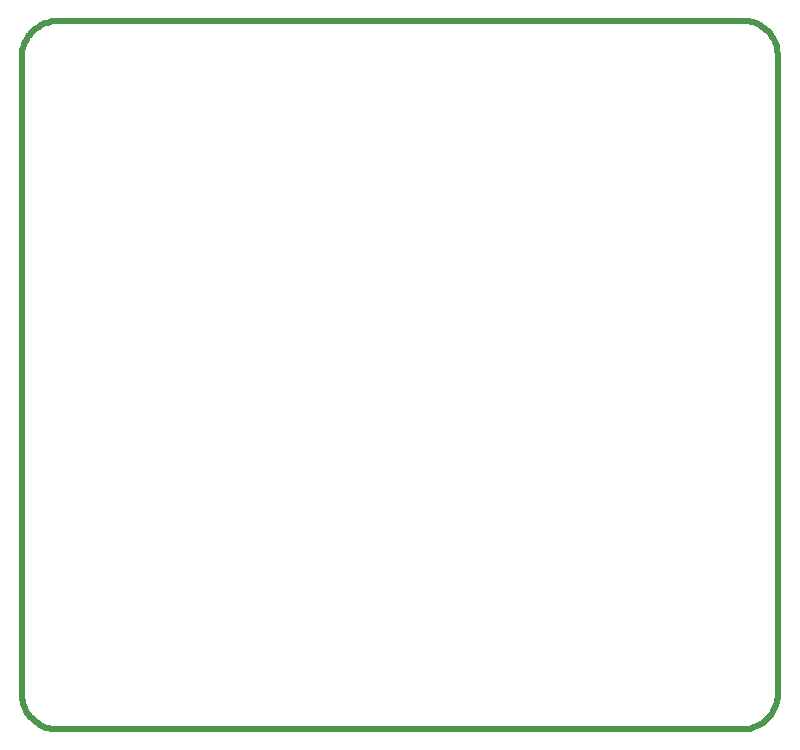
<source format=gm1>
%FSTAX23Y23*%
%MOIN*%
%SFA1B1*%

%IPPOS*%
%ADD121C,0.019685*%
%LNrelia-1*%
%LPD*%
G54D121*
X02401Y0D02*
D01*
X02409Y0*
X02418Y00001*
X02426Y00002*
X02434Y00004*
X02441Y00007*
X02449Y0001*
X02457Y00013*
X02464Y00017*
X0247Y00022*
X02477Y00027*
X02483Y00033*
X02489Y00039*
X02494Y00045*
X02499Y00052*
X02503Y00059*
X02507Y00066*
X02511Y00073*
X02513Y00081*
X02516Y00089*
X02517Y00097*
X02519Y00105*
X02519Y00113*
X02519Y00118*
X0252Y02244D02*
D01*
X02519Y02252*
X02518Y0226*
X02517Y02268*
X02515Y02276*
X02512Y02284*
X02509Y02292*
X02506Y02299*
X02501Y02306*
X02497Y02313*
X02492Y0232*
X02486Y02326*
X0248Y02331*
X02474Y02337*
X02467Y02342*
X0246Y02346*
X02453Y0235*
X02445Y02353*
X02438Y02356*
X0243Y02358*
X02422Y0236*
X02413Y02361*
X02405Y02362*
X02401Y02362*
X00118Y0236D02*
D01*
X00109Y02359*
X00101Y02359*
X00093Y02357*
X00085Y02355*
X00078Y02353*
X0007Y0235*
X00063Y02346*
X00055Y02342*
X00049Y02338*
X00042Y02333*
X00036Y02327*
X0003Y02322*
X00025Y02315*
X0002Y02309*
X00016Y02302*
X00012Y02295*
X00008Y02287*
X00006Y0228*
X00003Y02272*
X00001Y02264*
X0Y02256*
X0Y02248*
X0Y02244*
Y00118D02*
D01*
X0Y00109*
X00001Y00101*
X00002Y00093*
X00004Y00085*
X00007Y00077*
X0001Y0007*
X00013Y00062*
X00017Y00055*
X00022Y00048*
X00027Y00042*
X00033Y00036*
X00039Y0003*
X00045Y00025*
X00052Y0002*
X00059Y00015*
X00066Y00011*
X00073Y00008*
X00081Y00005*
X00089Y00003*
X00097Y00001*
X00105Y0*
X00113Y0*
X00118Y0*
Y0236D02*
X02401Y02362D01*
X02519Y00118D02*
X0252Y02244D01*
X00118Y0D02*
X02401D01*
X0Y00118D02*
Y02244D01*
M02*
</source>
